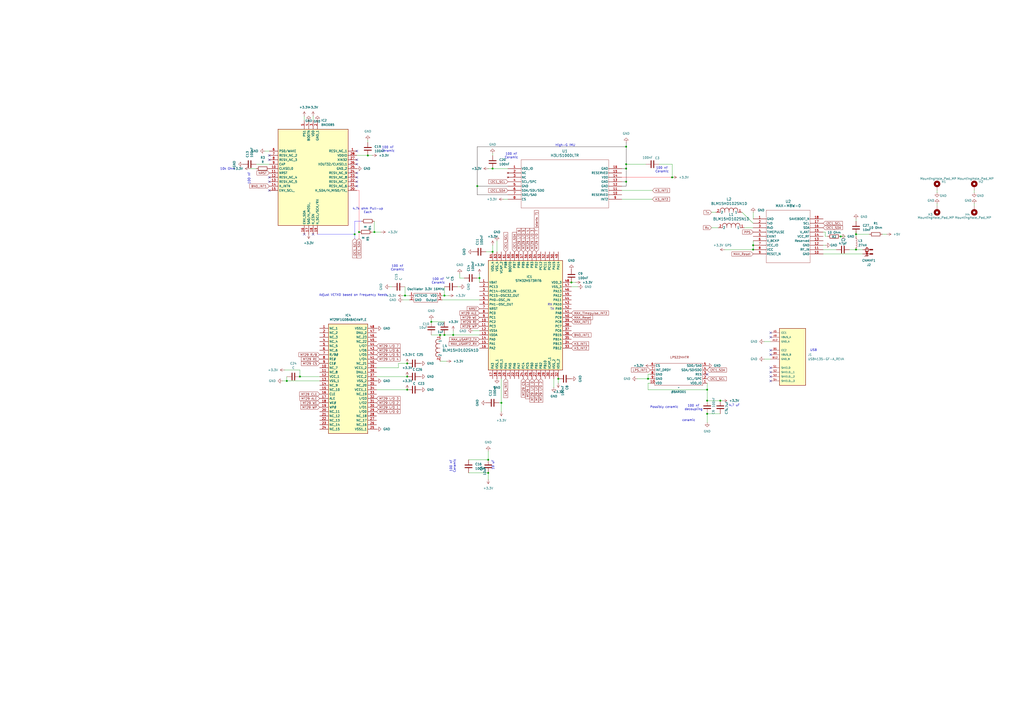
<source format=kicad_sch>
(kicad_sch (version 20250114) (generator "eeschema") (generator_version "9.0")
  (paper "A2")
  (text "Possibly ceramic" (at 385.318 236.22 0) (effects (font (size 1.27 1.27))))
  (text "100 nF\nCeramic\n" (at 230.632 155.448 0) (effects (font (size 1.27 1.27))))
  (text "100 nF\nCeramic\n" (at 296.672 90.424 0) (effects (font (size 1.27 1.27))))
  (text "High-G IMU" (at 327.914 84.328 0) (effects (font (size 1.27 1.27))))
  (text "ceramic" (at 399.542 243.84 0) (effects (font (size 1.27 1.27))))
  (text "4.7 uF\n\n" (at 425.958 236.22 0) (effects (font (size 1.27 1.27))))
  (text "TX" (at 320.294 179.324 0) (effects (font (size 1.27 1.27))))
  (text "100 nF\nCeramic\n" (at 262.636 270.256 90) (effects (font (size 1.27 1.27))))
  (text "USB\n" (at 471.932 203.2 0) (effects (font (size 1.27 1.27))))
  (text "100 nF\ndecoupling\n" (at 402.336 236.474 0) (effects (font (size 1.27 1.27))))
  (text "100 nF\nCeramic\n" (at 225.044 86.614 0) (effects (font (size 1.27 1.27))))
  (text "Adjust VCTXO based on Frequency Needs\n" (at 204.978 171.196 0) (effects (font (size 1.27 1.27))))
  (text "10k Ohm\n\n" (at 132.08 99.06 0) (effects (font (size 1.27 1.27))))
  (text "RX" (at 319.024 176.784 0) (effects (font (size 1.27 1.27))))
  (text "10 uF\n\n\n" (at 288.036 269.748 90) (effects (font (size 1.27 1.27))))
  (text "100 nF\nCeramic\n" (at 254.254 163.068 0) (effects (font (size 1.27 1.27))))
  (text "100 nF\nCeramic\n" (at 384.048 98.552 0) (effects (font (size 1.27 1.27))))
  (text "100 nF\n\n" (at 145.542 103.378 90) (effects (font (size 1.27 1.27))))
  (text "4.7k ohm Pull-up\nEach\n" (at 213.36 122.174 0) (effects (font (size 1.27 1.27))))
  (junction (at 496.57 135.89))
  (junction (at 436.88 142.24))
  (junction (at 213.36 90.17))
  (junction (at 208.28 134.62))
  (junction (at 173.99 218.44))
  (junction (at 236.22 218.44))
  (junction (at 410.21 226.06))
  (junction (at 236.22 226.06))
  (junction (at 410.21 232.41))
  (junction (at 363.22 95.25))
  (junction (at 166.37 220.98))
  (junction (at 363.22 105.41))
  (junction (at 278.13 161.29))
  (junction (at 323.85 219.71))
  (junction (at 496.57 144.78))
  (junction (at 257.81 171.45))
  (junction (at 234.95 171.45))
  (junction (at 262.89 194.31))
  (junction (at 436.88 144.78))
  (junction (at 236.22 210.82))
  (junction (at 417.83 232.41))
  (junction (at 389.89 102.87))
  (junction (at 410.21 240.03))
  (junction (at 285.75 97.79))
  (junction (at 363.22 97.79))
  (junction (at 363.22 85.09))
  (junction (at 250.19 186.69))
  (junction (at 285.75 146.05))
  (junction (at 217.17 134.62))
  (junction (at 283.21 266.7))
  (junction (at 375.92 219.71))
  (junction (at 487.68 137.16))
  (junction (at 290.83 233.68))
  (junction (at 276.86 107.95))
  (junction (at 205.74 135.89))
  (junction (at 283.21 274.32))
  (junction (at 331.47 163.83))
  (junction (at 257.81 194.31))
  (junction (at 255.27 194.31))
  (no_connect (at 207.01 87.63))
  (no_connect (at 447.04 213.36))
  (no_connect (at 447.04 205.74))
  (no_connect (at 207.01 92.71))
  (no_connect (at 447.04 220.98))
  (no_connect (at 447.04 193.04))
  (no_connect (at 447.04 218.44))
  (no_connect (at 447.04 195.58))
  (no_connect (at 447.04 215.9))
  (no_connect (at 207.01 107.95))
  (no_connect (at 156.21 102.87))
  (no_connect (at 156.21 92.71))
  (no_connect (at 207.01 105.41))
  (no_connect (at 447.04 203.2))
  (no_connect (at 410.21 217.17))
  (no_connect (at 207.01 100.33))
  (no_connect (at 156.21 110.49))
  (no_connect (at 156.21 90.17))
  (no_connect (at 176.53 135.89))
  (no_connect (at 207.01 102.87))
  (no_connect (at 181.61 135.89))
  (no_connect (at 156.21 105.41))
  (no_connect (at 207.01 95.25))
  (wire (pts (xy 144.78 97.79) (xy 148.59 97.79)))
  (wire (pts (xy 375.92 226.06) (xy 375.92 222.25)))
  (wire (pts (xy 412.75 123.19) (xy 415.29 123.19)))
  (wire (pts (xy 391.16 102.87) (xy 389.89 102.87)))
  (wire (pts (xy 283.21 274.32) (xy 283.21 278.13)))
  (wire (pts (xy 360.68 105.41) (xy 363.22 105.41)) (stroke (width 0) (color 14 0 0 1)))
  (wire (pts (xy 208.28 110.49) (xy 208.28 134.62)) (stroke (width 0) (color 255 42 66 1)))
  (wire (pts (xy 477.52 144.78) (xy 485.14 144.78)))
  (wire (pts (xy 257.81 166.37) (xy 257.81 171.45)))
  (wire (pts (xy 443.23 198.12) (xy 447.04 198.12)))
  (wire (pts (xy 290.83 233.68) (xy 290.83 238.76)))
  (wire (pts (xy 256.54 173.99) (xy 278.13 173.99)))
  (wire (pts (xy 278.13 161.29) (xy 278.13 163.83)))
  (wire (pts (xy 511.81 135.89) (xy 514.35 135.89)))
  (wire (pts (xy 163.83 220.98) (xy 166.37 220.98)))
  (wire (pts (xy 283.21 97.79) (xy 285.75 97.79)))
  (wire (pts (xy 166.37 218.44) (xy 166.37 220.98)))
  (wire (pts (xy 323.85 222.25) (xy 323.85 219.71)))
  (wire (pts (xy 213.36 90.17) (xy 207.01 90.17)))
  (wire (pts (xy 278.13 161.29) (xy 276.86 161.29)))
  (wire (pts (xy 360.68 97.79) (xy 363.22 97.79)) (stroke (width 0) (color 14 0 0 1)))
  (wire (pts (xy 217.17 128.27) (xy 217.17 134.62)))
  (wire (pts (xy 218.44 213.36) (xy 231.14 213.36)))
  (wire (pts (xy 153.67 87.63) (xy 156.21 87.63)))
  (wire (pts (xy 292.1 115.57) (xy 294.64 115.57)))
  (wire (pts (xy 375.92 222.25) (xy 377.19 222.25)))
  (wire (pts (xy 250.19 194.31) (xy 255.27 194.31)))
  (wire (pts (xy 257.81 194.31) (xy 262.89 194.31)))
  (wire (pts (xy 283.21 261.62) (xy 283.21 266.7)))
  (wire (pts (xy 478.79 134.62) (xy 477.52 134.62)))
  (wire (pts (xy 443.23 208.28) (xy 447.04 208.28)))
  (wire (pts (xy 255.27 209.55) (xy 259.08 209.55)))
  (wire (pts (xy 205.74 135.89) (xy 184.15 135.89)) (stroke (width 0) (color 52 41 255 1)))
  (wire (pts (xy 410.21 226.06) (xy 375.92 226.06)))
  (wire (pts (xy 260.35 171.45) (xy 257.81 171.45)))
  (wire (pts (xy 250.19 186.69) (xy 250.19 185.42)))
  (wire (pts (xy 382.27 95.25) (xy 389.89 95.25)))
  (wire (pts (xy 363.22 95.25) (xy 363.22 97.79)) (stroke (width 0) (color 14 0 0 1)))
  (wire (pts (xy 262.89 191.77) (xy 262.89 194.31)))
  (wire (pts (xy 166.37 220.98) (xy 185.42 220.98)))
  (wire (pts (xy 285.75 88.9) (xy 285.75 90.17)))
  (wire (pts (xy 213.36 81.28) (xy 213.36 82.55)))
  (wire (pts (xy 262.89 194.31) (xy 278.13 194.31)))
  (wire (pts (xy 234.95 166.37) (xy 234.95 171.45)))
  (wire (pts (xy 290.83 233.68) (xy 289.56 233.68)))
  (wire (pts (xy 220.98 134.62) (xy 217.17 134.62)))
  (wire (pts (xy 173.99 214.63) (xy 173.99 218.44)))
  (wire (pts (xy 496.57 144.78) (xy 500.38 144.78)))
  (wire (pts (xy 234.95 171.45) (xy 237.49 171.45)))
  (wire (pts (xy 173.99 218.44) (xy 185.42 218.44)))
  (wire (pts (xy 363.22 105.41) (xy 363.22 107.95)) (stroke (width 0) (color 14 0 0 1)))
  (wire (pts (xy 165.1 214.63) (xy 173.99 214.63)))
  (wire (pts (xy 233.68 173.99) (xy 237.49 173.99)))
  (wire (pts (xy 378.46 110.49) (xy 360.68 110.49)))
  (wire (pts (xy 205.74 128.27) (xy 209.55 128.27)) (stroke (width 0) (color 45 14 255 1)))
  (wire (pts (xy 250.19 186.69) (xy 257.81 186.69)))
  (wire (pts (xy 389.89 95.25) (xy 389.89 102.87)))
  (wire (pts (xy 274.32 191.77) (xy 278.13 191.77)))
  (wire (pts (xy 276.86 113.03) (xy 276.86 107.95)) (stroke (width 0) (color 14 0 0 1)))
  (wire (pts (xy 176.53 67.31) (xy 176.53 69.85)))
  (wire (pts (xy 321.31 224.79) (xy 321.31 219.71)))
  (wire (pts (xy 565.15 111.76) (xy 565.15 110.49)))
  (wire (pts (xy 288.29 139.7) (xy 288.29 146.05)))
  (wire (pts (xy 208.28 134.62) (xy 208.28 138.43)) (stroke (width 0) (color 255 42 66 1)))
  (wire (pts (xy 363.22 95.25) (xy 374.65 95.25)))
  (wire (pts (xy 278.13 158.75) (xy 278.13 161.29)))
  (wire (pts (xy 378.46 115.57) (xy 360.68 115.57)))
  (wire (pts (xy 363.22 85.09) (xy 363.22 95.25)) (stroke (width 0) (color 14 0 0 1)))
  (wire (pts (xy 377.19 217.17) (xy 375.92 217.17)))
  (wire (pts (xy 215.9 90.17) (xy 213.36 90.17)))
  (wire (pts (xy 335.28 166.37) (xy 331.47 166.37)))
  (wire (pts (xy 205.74 135.89) (xy 205.74 138.43)) (stroke (width 0) (color 52 41 255 1)))
  (wire (pts (xy 431.8 132.08) (xy 436.88 132.08)))
  (wire (pts (xy 490.22 137.16) (xy 487.68 137.16)))
  (wire (pts (xy 233.68 171.45) (xy 234.95 171.45)))
  (wire (pts (xy 375.92 217.17) (xy 375.92 219.71)))
  (wire (pts (xy 283.21 274.32) (xy 271.78 274.32)))
  (wire (pts (xy 257.81 171.45) (xy 256.54 171.45)))
  (wire (pts (xy 375.92 219.71) (xy 377.19 219.71)))
  (wire (pts (xy 496.57 127) (xy 496.57 128.27)))
  (wire (pts (xy 417.83 232.41) (xy 410.21 232.41)))
  (wire (pts (xy 255.27 194.31) (xy 257.81 194.31)))
  (wire (pts (xy 492.76 144.78) (xy 496.57 144.78)))
  (wire (pts (xy 276.86 113.03) (xy 294.64 113.03)) (stroke (width 0) (color 14 0 0 1)))
  (wire (pts (xy 290.83 219.71) (xy 290.83 233.68)))
  (wire (pts (xy 369.57 219.71) (xy 375.92 219.71)))
  (wire (pts (xy 477.52 147.32) (xy 500.38 147.32)))
  (wire (pts (xy 285.75 142.24) (xy 285.75 146.05)))
  (wire (pts (xy 266.7 158.75) (xy 266.7 161.29)))
  (wire (pts (xy 266.7 161.29) (xy 269.24 161.29)))
  (wire (pts (xy 410.21 232.41) (xy 410.21 226.06)))
  (wire (pts (xy 436.88 123.19) (xy 436.88 127)))
  (wire (pts (xy 436.88 129.54) (xy 430.53 123.19)))
  (wire (pts (xy 205.74 128.27) (xy 205.74 135.89)) (stroke (width 0) (color 45 14 255 1)))
  (wire (pts (xy 363.22 97.79) (xy 363.22 105.41)) (stroke (width 0) (color 14 0 0 1)))
  (wire (pts (xy 276.86 85.09) (xy 363.22 85.09)) (stroke (width 0) (color 14 0 0 1)))
  (wire (pts (xy 231.14 213.36) (xy 231.14 210.82)))
  (wire (pts (xy 496.57 134.62) (xy 496.57 135.89)))
  (wire (pts (xy 271.78 266.7) (xy 283.21 266.7)))
  (wire (pts (xy 419.1 232.41) (xy 417.83 232.41)))
  (wire (pts (xy 480.06 137.16) (xy 478.79 137.16)))
  (wire (pts (xy 410.21 226.06) (xy 410.21 222.25)))
  (wire (pts (xy 181.61 67.31) (xy 181.61 69.85)))
  (wire (pts (xy 478.79 142.24) (xy 477.52 142.24)))
  (wire (pts (xy 276.86 107.95) (xy 294.64 107.95)) (stroke (width 0) (color 14 0 0 1)))
  (wire (pts (xy 276.86 107.95) (xy 276.86 85.09)) (stroke (width 0) (color 14 0 0 1)))
  (wire (pts (xy 543.56 118.11) (xy 543.56 119.38)))
  (wire (pts (xy 436.88 139.7) (xy 436.88 142.24)))
  (wire (pts (xy 226.06 166.37) (xy 227.33 166.37)))
  (wire (pts (xy 420.37 144.78) (xy 436.88 144.78)))
  (wire (pts (xy 334.01 163.83) (xy 331.47 163.83)))
  (wire (pts (xy 360.68 107.95) (xy 363.22 107.95)) (stroke (width 0) (color 14 0 0 1)))
  (wire (pts (xy 410.21 245.11) (xy 410.21 240.03)))
  (wire (pts (xy 543.56 111.76) (xy 543.56 110.49)))
  (wire (pts (xy 496.57 135.89) (xy 496.57 137.16)))
  (wire (pts (xy 436.88 142.24) (xy 436.88 144.78)))
  (wire (pts (xy 478.79 137.16) (xy 478.79 134.62)))
  (wire (pts (xy 148.59 95.25) (xy 156.21 95.25)))
  (wire (pts (xy 281.94 146.05) (xy 285.75 146.05)))
  (wire (pts (xy 266.7 166.37) (xy 265.43 166.37)))
  (wire (pts (xy 218.44 226.06) (xy 236.22 226.06)))
  (wire (pts (xy 389.89 102.87) (xy 360.68 102.87)) (stroke (width 0) (color 255 29 37 1)))
  (wire (pts (xy 208.28 110.49) (xy 207.01 110.49)) (stroke (width 0) (color 255 42 66 1)))
  (wire (pts (xy 412.75 132.08) (xy 416.56 132.08)))
  (wire (pts (xy 417.83 240.03) (xy 410.21 240.03)))
  (wire (pts (xy 363.22 82.55) (xy 363.22 85.09)) (stroke (width 0) (color 13 0 0 1)))
  (wire (pts (xy 218.44 218.44) (xy 236.22 218.44)))
  (wire (pts (xy 231.14 210.82) (xy 236.22 210.82)))
  (wire (pts (xy 285.75 97.79) (xy 294.64 97.79)))
  (wire (pts (xy 217.17 134.62) (xy 215.9 134.62)))
  (wire (pts (xy 565.15 118.11) (xy 565.15 119.38)))
  (wire (pts (xy 496.57 135.89) (xy 504.19 135.89)))
  (global_label "MT29 I{slash}O 6" (shape input) (at 300.99 146.05 90) (property "Intersheetrefs" "${INTERSHEET_REFS}" (effects (hide yes))))
  (global_label "MAX_Timepulse_INT2" (shape input) (at 331.47 181.61 0) (property "Intersheetrefs" "${INTERSHEET_REFS}" (effects (hide yes))))
  (global_label "MT29 ALE" (shape input) (at 185.42 231.14 180) (property "Intersheetrefs" "${INTERSHEET_REFS}" (effects (hide yes))))
  (global_label "Tx" (shape input) (at 412.75 123.19 180) (property "Intersheetrefs" "${INTERSHEET_REFS}" (effects (hide yes))))
  (global_label "I2C1_SDA" (shape input) (at 410.21 214.63 0) (property "Intersheetrefs" "${INTERSHEET_REFS}" (effects (hide yes))))
  (global_label "MT29 RE" (shape input) (at 278.13 186.69 180) (property "Intersheetrefs" "${INTERSHEET_REFS}" (effects (hide yes))))
  (global_label "H3_INT1" (shape input) (at 378.46 110.49 0) (property "Intersheetrefs" "${INTERSHEET_REFS}" (effects (hide yes))))
  (global_label "MAX_INT1" (shape input) (at 331.47 186.69 0) (property "Intersheetrefs" "${INTERSHEET_REFS}" (effects (hide yes))))
  (global_label "MAX_Reset" (shape input) (at 436.88 147.32 180) (property "Intersheetrefs" "${INTERSHEET_REFS}" (effects (hide yes))))
  (global_label "MT29 I{slash}O 4" (shape input) (at 306.07 146.05 90) (property "Intersheetrefs" "${INTERSHEET_REFS}" (effects (hide yes))))
  (global_label "MT29 WP" (shape input) (at 278.13 189.23 180) (property "Intersheetrefs" "${INTERSHEET_REFS}" (effects (hide yes))))
  (global_label "MT29 RE" (shape input) (at 185.42 208.28 180) (property "Intersheetrefs" "${INTERSHEET_REFS}" (effects (hide yes))))
  (global_label "MT29 I{slash}O 5" (shape input) (at 303.53 146.05 90) (property "Intersheetrefs" "${INTERSHEET_REFS}" (effects (hide yes))))
  (global_label "MT29 I{slash}O 1" (shape input) (at 311.15 219.71 270) (property "Intersheetrefs" "${INTERSHEET_REFS}" (effects (hide yes))))
  (global_label "H3_INT1" (shape input) (at 331.47 199.39 0) (property "Intersheetrefs" "${INTERSHEET_REFS}" (effects (hide yes))))
  (global_label "MT29 R{slash}B" (shape input) (at 185.42 205.74 180) (property "Intersheetrefs" "${INTERSHEET_REFS}" (effects (hide yes))))
  (global_label "I2C1_SCL" (shape input) (at 293.37 146.05 90) (property "Intersheetrefs" "${INTERSHEET_REFS}" (effects (hide yes))))
  (global_label "MT29 I{slash}O 0" (shape input) (at 308.61 219.71 270) (property "Intersheetrefs" "${INTERSHEET_REFS}" (effects (hide yes))))
  (global_label "I2C1_SDA" (shape input) (at 477.52 132.08 0) (property "Intersheetrefs" "${INTERSHEET_REFS}" (effects (hide yes))))
  (global_label "MT29 I{slash}O 7" (shape input) (at 218.44 200.66 0) (property "Intersheetrefs" "${INTERSHEET_REFS}" (effects (hide yes))))
  (global_label "PPS" (shape input) (at 436.88 134.62 180) (property "Intersheetrefs" "${INTERSHEET_REFS}" (effects (hide yes))))
  (global_label "BNO_INT1" (shape input) (at 156.21 107.95 180) (property "Intersheetrefs" "${INTERSHEET_REFS}" (effects (hide yes))))
  (global_label "Rx" (shape input) (at 412.75 132.08 180) (property "Intersheetrefs" "${INTERSHEET_REFS}" (effects (hide yes))))
  (global_label "H3_INT2" (shape input) (at 331.47 201.93 0) (property "Intersheetrefs" "${INTERSHEET_REFS}" (effects (hide yes))))
  (global_label "LPS_INT1" (shape input) (at 293.37 219.71 270) (property "Intersheetrefs" "${INTERSHEET_REFS}" (effects (hide yes))))
  (global_label "MT29 I{slash}O 2" (shape input) (at 218.44 233.68 0) (property "Intersheetrefs" "${INTERSHEET_REFS}" (effects (hide yes))))
  (global_label "I2C1_SCL" (shape input) (at 294.64 105.41 180) (property "Intersheetrefs" "${INTERSHEET_REFS}" (effects (hide yes))))
  (global_label "MT29 I{slash}O 4" (shape input) (at 218.44 208.28 0) (property "Intersheetrefs" "${INTERSHEET_REFS}" (effects (hide yes))))
  (global_label "MT29 WE" (shape input) (at 278.13 184.15 180) (property "Intersheetrefs" "${INTERSHEET_REFS}" (effects (hide yes))))
  (global_label "MT29 I{slash}O 3" (shape input) (at 218.44 231.14 0) (property "Intersheetrefs" "${INTERSHEET_REFS}" (effects (hide yes))))
  (global_label "MT29 I{slash}O 1" (shape input) (at 218.44 236.22 0) (property "Intersheetrefs" "${INTERSHEET_REFS}" (effects (hide yes))))
  (global_label "MAX_Reset" (shape input) (at 331.47 184.15 0) (property "Intersheetrefs" "${INTERSHEET_REFS}" (effects (hide yes))))
  (global_label "MT29 WP" (shape input) (at 185.42 236.22 180) (property "Intersheetrefs" "${INTERSHEET_REFS}" (effects (hide yes))))
  (global_label "MT29 CS" (shape input) (at 303.53 219.71 270) (property "Intersheetrefs" "${INTERSHEET_REFS}" (effects (hide yes))))
  (global_label "I2C1_SDA" (shape input) (at 294.64 110.49 180) (property "Intersheetrefs" "${INTERSHEET_REFS}" (effects (hide yes))))
  (global_label "I2C1_SDA" (shape input) (at 208.28 138.43 270) (property "Intersheetrefs" "${INTERSHEET_REFS}" (effects (hide yes))))
  (global_label "MAX_USART2_TX" (shape input) (at 278.13 196.85 180) (property "Intersheetrefs" "${INTERSHEET_REFS}" (effects (hide yes))))
  (global_label "MT29 I{slash}O 3" (shape input) (at 308.61 146.05 90) (property "Intersheetrefs" "${INTERSHEET_REFS}" (effects (hide yes))))
  (global_label "MT29 I{slash}O 5" (shape input) (at 218.44 205.74 0) (property "Intersheetrefs" "${INTERSHEET_REFS}" (effects (hide yes))))
  (global_label "MT29 WE" (shape input) (at 185.42 233.68 180) (property "Intersheetrefs" "${INTERSHEET_REFS}" (effects (hide yes))))
  (global_label "MT29 I{slash}O 0" (shape input) (at 218.44 238.76 0) (property "Intersheetrefs" "${INTERSHEET_REFS}" (effects (hide yes))))
  (global_label "MT29 CS" (shape input) (at 185.42 210.82 180) (property "Intersheetrefs" "${INTERSHEET_REFS}" (effects (hide yes))))
  (global_label "I2C1_SCL" (shape input) (at 410.21 219.71 0) (property "Intersheetrefs" "${INTERSHEET_REFS}" (effects (hide yes))))
  (global_label "H3_INT2" (shape input) (at 378.46 115.57 0) (property "Intersheetrefs" "${INTERSHEET_REFS}" (effects (hide yes))))
  (global_label "MT29 CLE" (shape input) (at 185.42 228.6 180) (property "Intersheetrefs" "${INTERSHEET_REFS}" (effects (hide yes))))
  (global_label "NRST" (shape input) (at 156.21 100.33 180) (property "Intersheetrefs" "${INTERSHEET_REFS}" (effects (hide yes))))
  (global_label "MT29 I{slash}O 6" (shape input) (at 218.44 203.2 0) (property "Intersheetrefs" "${INTERSHEET_REFS}" (effects (hide yes))))
  (global_label "MT29 I{slash}O 2" (shape input) (at 313.69 219.71 270) (property "Intersheetrefs" "${INTERSHEET_REFS}" (effects (hide yes))))
  (global_label "MT29 ALE" (shape input) (at 278.13 181.61 180) (property "Intersheetrefs" "${INTERSHEET_REFS}" (effects (hide yes))))
  (global_label "MT29 CLE" (shape input) (at 306.07 219.71 270) (property "Intersheetrefs" "${INTERSHEET_REFS}" (effects (hide yes))))
  (global_label "MAX_USART2_RX" (shape input) (at 278.13 199.39 180) (property "Intersheetrefs" "${INTERSHEET_REFS}" (effects (hide yes))))
  (global_label "LPS_INT1" (shape input) (at 377.19 214.63 180) (property "Intersheetrefs" "${INTERSHEET_REFS}" (effects (hide yes))))
  (global_label "MT29 I{slash}O 7 (starts 7)" (shape input) (at 311.15 146.05 90) (property "Intersheetrefs" "${INTERSHEET_REFS}" (effects (hide yes))))
  (global_label "I2C1_SCL" (shape input) (at 477.52 129.54 0) (property "Intersheetrefs" "${INTERSHEET_REFS}" (effects (hide yes))))
  (global_label "I2C1_SDA" (shape input) (at 298.45 146.05 90) (property "Intersheetrefs" "${INTERSHEET_REFS}" (effects (hide yes))))
  (global_label "BNO_INT1" (shape input) (at 331.47 194.31 0) (property "Intersheetrefs" "${INTERSHEET_REFS}" (effects (hide yes))))
  (global_label "NRST" (shape input) (at 278.13 179.07 180) (property "Intersheetrefs" "${INTERSHEET_REFS}" (effects (hide yes))))
  (global_label "I2C1_SCL" (shape input) (at 205.74 138.43 270) (property "Intersheetrefs" "${INTERSHEET_REFS}" (effects (hide yes))))
  (symbol (lib_id "power:GND") (at 218.44 248.92 90) (unit 1)
    (property "Reference" "#PWR040" (effects (hide yes)))
    (property "Value" "GND" (at 222.25 248.9199 90) (effects (justify right)))
    (property "Description" "Power symbol creates a global label with name \"GND\" , ground" (effects (hide yes)))
  )
  (symbol (lib_id "power:+3.3V") (at 176.53 67.31 0) (unit 1)
    (property "Reference" "#PWR066" (effects (hide yes)))
    (property "Value" "+3.3V" (at 176.53 62.23 0))
    (property "Description" "Power symbol creates a global label with name \"+3.3V\"" (effects (hide yes)))
  )
  (symbol (lib_id "power:GND") (at 443.23 208.28 270) (unit 1)
    (property "Reference" "#PWR017" (effects (hide yes)))
    (property "Value" "GND" (at 439.42 208.2799 90) (effects (justify right)))
    (property "Description" "Power symbol creates a global label with name \"GND\" , ground" (effects (hide yes)))
  )
  (symbol (lib_id "power:+3.3V") (at 144.78 97.79 90) (unit 1)
    (property "Reference" "#PWR068" (effects (hide yes)))
    (property "Value" "+3.3V" (at 140.97 97.7899 90) (effects (justify left)))
    (property "Description" "Power symbol creates a global label with name \"+3.3V\"" (effects (hide yes)))
  )
  (symbol (lib_id "power:GND") (at 233.68 173.99 270) (unit 1)
    (property "Reference" "#PWR010" (effects (hide yes)))
    (property "Value" "GND" (at 229.87 173.9899 90) (effects (justify right)))
    (property "Description" "Power symbol creates a global label with name \"GND\" , ground" (effects (hide yes)))
  )
  (symbol (lib_id "Rocket Club 2025 Parts Symbols_Including_Full_Stm32:H3LIS100DLTR") (at 294.64 97.79 0) (unit 1)
    (property "Reference" "U1" (at 327.66 87.63 0) (effects (font (size 1.524 1.524))))
    (property "Value" "H3LIS100DLTR" (at 327.66 90.17 0) (effects (font (size 1.524 1.524))))
    (property "Footprint" "RocketClub:PQFN50P300X300X100-16N-H3" (effects (hide yes)))
    (property "Datasheet" "H3LIS100DLTR" (effects (hide yes)))
  )
  (symbol (lib_id "Device:C") (at 378.46 95.25 90) (unit 1)
    (property "Reference" "C3" (at 381.254 91.694 90))
    (property "Value" "100nF" (at 375.666 91.44 90))
    (property "Footprint" "Capacitor_SMD:C_0201_0603Metric" (effects (hide yes)))
    (property "Description" "Unpolarized capacitor" (effects (hide yes)))
  )
  (symbol (lib_id "power:+3.3V") (at 420.37 144.78 90) (unit 1)
    (property "Reference" "#PWR019" (effects (hide yes)))
    (property "Value" "+3.3V GPS" (at 419.1 142.24 90))
    (property "Description" "Power symbol creates a global label with name \"+3.3V\"" (effects (hide yes)))
  )
  (symbol (lib_id "power:+3.3V") (at 285.75 142.24 0) (unit 1)
    (property "Reference" "#PWR055" (effects (hide yes)))
    (property "Value" "+3.3V" (at 285.75 137.16 0))
    (property "Description" "Power symbol creates a global label with name \"+3.3V\"" (effects (hide yes)))
  )
  (symbol (lib_id "power:GND") (at 179.07 69.85 180) (unit 1)
    (property "Reference" "#PWR021" (effects (hide yes)))
    (property "Value" "GND" (at 179.07 70.104 0))
    (property "Description" "Power symbol creates a global label with name \"GND\" , ground" (effects (hide yes)))
  )
  (symbol (lib_id "power:GND") (at 321.31 224.79 0) (unit 1)
    (property "Reference" "#PWR011" (effects (hide yes)))
    (property "Value" "GND" (at 321.31 229.87 0))
    (property "Description" "Power symbol creates a global label with name \"GND\" , ground" (effects (hide yes)))
  )
  (symbol (lib_id "power:GND") (at 283.21 261.62 180) (unit 1)
    (property "Reference" "#PWR032" (effects (hide yes)))
    (property "Value" "GND" (at 283.21 256.54 0))
    (property "Description" "Power symbol creates a global label with name \"GND\" , ground" (effects (hide yes)))
  )
  (symbol (lib_id "power:GND") (at 331.47 156.21 180) (unit 1)
    (property "Reference" "#PWR03" (effects (hide yes)))
    (property "Value" "GND" (at 331.47 151.13 0))
    (property "Description" "Power symbol creates a global label with name \"GND\" , ground" (effects (hide yes)))
  )
  (symbol (lib_id "power:+3.3V") (at 233.68 171.45 90) (unit 1)
    (property "Reference" "#PWR064" (effects (hide yes)))
    (property "Value" "+3.3V" (at 229.87 171.4499 90) (effects (justify left)))
    (property "Description" "Power symbol creates a global label with name \"+3.3V\"" (effects (hide yes)))
  )
  (symbol (lib_id "power:GND") (at 281.94 233.68 270) (unit 1)
    (property "Reference" "#PWR024" (effects (hide yes)))
    (property "Value" "GND" (at 276.86 233.68 0))
    (property "Description" "Power symbol creates a global label with name \"GND\" , ground" (effects (hide yes)))
  )
  (symbol (lib_id "Device:R") (at 212.09 134.62 270) (unit 1)
    (property "Reference" "R5" (at 213.3601 137.16 0) (effects (justify left)))
    (property "Value" "R" (at 210.8201 137.16 0) (effects (justify left)))
    (property "Footprint" "Resistor_SMD:R_0201_0603Metric" (effects (hide yes)))
    (property "Description" "Resistor" (effects (hide yes)))
  )
  (symbol (lib_id "Device:C") (at 240.03 226.06 90) (unit 1)
    (property "Reference" "C23" (at 244.348 222.504 90))
    (property "Value" "C" (at 240.284 222.504 90))
    (property "Footprint" "Capacitor_SMD:C_0201_0603Metric" (effects (hide yes)))
    (property "Description" "Unpolarized capacitor" (effects (hide yes)))
  )
  (symbol (lib_id "power:GND") (at 243.84 210.82 90) (unit 1)
    (property "Reference" "#PWR041" (effects (hide yes)))
    (property "Value" "GND" (at 247.65 210.8199 90) (effects (justify right)))
    (property "Description" "Power symbol creates a global label with name \"GND\" , ground" (effects (hide yes)))
  )
  (symbol (lib_id "power:+3.3V") (at 290.83 238.76 180) (unit 1)
    (property "Reference" "#PWR05" (effects (hide yes)))
    (property "Value" "+3.3V" (at 290.83 243.84 0))
    (property "Description" "Power symbol creates a global label with name \"+3.3V\"" (effects (hide yes)))
  )
  (symbol (lib_id "power:GND") (at 288.29 139.7 180) (unit 1)
    (property "Reference" "#PWR014" (effects (hide yes)))
    (property "Value" "GND" (at 288.29 134.62 0))
    (property "Description" "Power symbol creates a global label with name \"GND\" , ground" (effects (hide yes)))
  )
  (symbol (lib_id "power:GND") (at 243.84 218.44 90) (unit 1)
    (property "Reference" "#PWR043" (effects (hide yes)))
    (property "Value" "GND" (at 247.65 218.4399 90) (effects (justify right)))
    (property "Description" "Power symbol creates a global label with name \"GND\" , ground" (effects (hide yes)))
  )
  (symbol (lib_id "power:GND") (at 226.06 166.37 270) (unit 1)
    (property "Reference" "#PWR04" (effects (hide yes)))
    (property "Value" "GND" (at 220.98 166.37 0))
    (property "Description" "Power symbol creates a global label with name \"GND\" , ground" (effects (hide yes)))
  )
  (symbol (lib_id "power:GND") (at 543.56 111.76 0) (unit 1)
    (property "Reference" "#PWR047" (effects (hide yes)))
    (property "Value" "GND" (at 547.116 113.538 0))
    (property "Description" "Power symbol creates a global label with name \"GND\" , ground" (effects (hide yes)))
  )
  (symbol (lib_id "power:+3.3V") (at 283.21 278.13 180) (unit 1)
    (property "Reference" "#PWR029" (effects (hide yes)))
    (property "Value" "+3.3V" (at 283.21 283.21 0))
    (property "Description" "Power symbol creates a global label with name \"+3.3V\"" (effects (hide yes)))
  )
  (symbol (lib_id "Device:C") (at 170.18 218.44 90) (unit 1)
    (property "Reference" "C24" (at 170.18 210.82 90))
    (property "Value" "C" (at 170.18 213.36 90))
    (property "Footprint" "Capacitor_SMD:C_0201_0603Metric" (effects (hide yes)))
    (property "Description" "Unpolarized capacitor" (effects (hide yes)))
  )
  (symbol (lib_id "power:+3.3V") (at 220.98 134.62 270) (unit 1)
    (property "Reference" "#PWR065" (effects (hide yes)))
    (property "Value" "+3.3V" (at 224.79 134.6199 90) (effects (justify left)))
    (property "Description" "Power symbol creates a global label with name \"+3.3V\"" (effects (hide yes)))
  )
  (symbol (lib_id "power:+3.3V") (at 236.22 226.06 0) (unit 1)
    (property "Reference" "#PWR062" (effects (hide yes)))
    (property "Value" "+3.3V" (at 236.22 220.98 0))
    (property "Description" "Power symbol creates a global label with name \"+3.3V\"" (effects (hide yes)))
  )
  (symbol (lib_id "Device:R") (at 508 135.89 90) (unit 1)
    (property "Reference" "R1" (at 508 129.54 90))
    (property "Value" "10 Ohm" (at 508 132.08 90))
    (property "Description" "Resistor" (effects (hide yes)))
  )
  (symbol (lib_id "Device:C") (at 273.05 161.29 90) (unit 1)
    (property "Reference" "C14" (at 271.7799 157.48 0) (effects (justify left)))
    (property "Value" "100nF" (at 274.3199 157.48 0) (effects (justify left)))
    (property "Footprint" "Capacitor_SMD:C_0201_0603Metric" (effects (hide yes)))
    (property "Description" "Unpolarized capacitor" (effects (hide yes)))
  )
  (symbol (lib_id "power:GND") (at 266.7 166.37 90) (unit 1)
    (property "Reference" "#PWR01" (effects (hide yes)))
    (property "Value" "GND" (at 271.78 166.37 0))
    (property "Description" "Power symbol creates a global label with name \"GND\" , ground" (effects (hide yes)))
  )
  (symbol (lib_id "power:+3.3V") (at 419.1 232.41 270) (unit 1)
    (property "Reference" "#PWR036" (effects (hide yes)))
    (property "Value" "+3.3V" (at 422.91 232.4099 90) (effects (justify left)))
    (property "Description" "Power symbol creates a global label with name \"+3.3V\"" (effects (hide yes)))
  )
  (symbol (lib_id "power:GND") (at 218.44 190.5 90) (unit 1)
    (property "Reference" "#PWR038" (effects (hide yes)))
    (property "Value" "GND" (at 222.25 190.4999 90) (effects (justify right)))
    (property "Description" "Power symbol creates a global label with name \"GND\" , ground" (effects (hide yes)))
  )
  (symbol (lib_id "power:GND") (at 250.19 185.42 180) (unit 1)
    (property "Reference" "#PWR07" (effects (hide yes)))
    (property "Value" "GND" (at 250.19 180.34 0))
    (property "Description" "Power symbol creates a global label with name \"GND\" , ground" (effects (hide yes)))
  )
  (symbol (lib_id "power:GND") (at 410.21 245.11 0) (unit 1)
    (property "Reference" "#PWR027" (effects (hide yes)))
    (property "Value" "GND" (at 410.21 250.19 0))
    (property "Description" "Power symbol creates a global label with name \"GND\" , ground" (effects (hide yes)))
  )
  (symbol (lib_id "power:GND") (at 565.15 111.76 0) (unit 1)
    (property "Reference" "#PWR049" (effects (hide yes)))
    (property "Value" "GND" (at 568.706 113.538 0))
    (property "Description" "Power symbol creates a global label with name \"GND\" , ground" (effects (hide yes)))
  )
  (symbol (lib_id "power:+3.3V") (at 283.21 97.79 90) (unit 1)
    (property "Reference" "#PWR054" (effects (hide yes)))
    (property "Value" "+3.3V" (at 279.4 97.7899 90) (effects (justify left)))
    (property "Description" "Power symbol creates a global label with name \"+3.3V\"" (effects (hide yes)))
  )
  (symbol (lib_id "power:GND") (at 543.56 118.11 180) (unit 1)
    (property "Reference" "#PWR048" (effects (hide yes)))
    (property "Value" "GND" (at 540.004 116.332 0))
    (property "Description" "Power symbol creates a global label with name \"GND\" , ground" (effects (hide yes)))
  )
  (symbol (lib_id "Group Rocket Symbol Library:BLM15HD102SN1D") (at 422.91 123.19 0) (unit 1)
    (property "Reference" "L2" (at 422.91 115.57 0) (effects (font (size 1.524 1.524))))
    (property "Value" "BLM15HD102SN1D" (at 422.91 118.11 0) (effects (font (size 1.524 1.524))))
    (property "Footprint" "IND_BLM15_0402_MUR" (effects (hide yes)))
    (property "Datasheet" "BLM15HD102SN1D" (effects (hide yes)))
  )
  (symbol (lib_id "Device:C") (at 327.66 219.71 270) (unit 1)
    (property "Reference" "C8" (at 328.9301 223.52 0) (effects (justify left)))
    (property "Value" "100nF" (at 326.3901 223.52 0) (effects (justify left)))
    (property "Footprint" "Capacitor_SMD:C_0201_0603Metric" (effects (hide yes)))
    (property "Description" "Unpolarized capacitor" (effects (hide yes)))
  )
  (symbol (lib_id "power:GND") (at 443.23 198.12 270) (unit 1)
    (property "Reference" "#PWR018" (effects (hide yes)))
    (property "Value" "GND" (at 439.42 198.1199 90) (effects (justify right)))
    (property "Description" "Power symbol creates a global label with name \"GND\" , ground" (effects (hide yes)))
  )
  (symbol (lib_id "Device:C") (at 261.62 166.37 270) (unit 1)
    (property "Reference" "C5" (at 262.382 160.274 0) (effects (justify left)))
    (property "Value" "C" (at 259.842 160.274 0) (effects (justify left)))
    (property "Footprint" "Capacitor_SMD:C_0201_0603Metric" (effects (hide yes)))
    (property "Description" "Unpolarized capacitor" (effects (hide yes)))
  )
  (symbol (lib_id "Device:C") (at 283.21 270.51 0) (unit 1)
    (property "Reference" "C4" (at 279.2095 271.7165 90))
    (property "Value" "10uF" (at 281.178 273.304 90))
    (property "Footprint" "Capacitor_SMD:C_0201_0603Metric" (effects (hide yes)))
    (property "Description" "Aluminum cap polarized" (effects (hide yes)))
  )
  (symbol (lib_id "power:GND") (at 478.79 142.24 90) (unit 1)
    (property "Reference" "#PWR044" (effects (hide yes)))
    (property "Value" "GND" (at 481.584 142.24 90) (effects (justify right)))
    (property "Description" "Power symbol creates a global label with name \"GND\" , ground" (effects (hide yes)))
  )
  (symbol (lib_id "power:+3.3V") (at 236.22 218.44 0) (unit 1)
    (property "Reference" "#PWR061" (effects (hide yes)))
    (property "Value" "+3.3V" (at 236.22 213.36 0))
    (property "Description" "Power symbol creates a global label with name \"+3.3V\"" (effects (hide yes)))
  )
  (symbol (lib_id "power:GND") (at 207.01 97.79 90) (unit 1)
    (property "Reference" "#PWR08" (effects (hide yes)))
    (property "Value" "GND" (at 210.82 97.7899 90) (effects (justify right)))
    (property "Description" "Power symbol creates a global label with name \"GND\" , ground" (effects (hide yes)))
  )
  (symbol (lib_id "power:+3.3V") (at 181.61 67.31 0) (unit 1)
    (property "Reference" "#PWR067" (effects (hide yes)))
    (property "Value" "+3.3V" (at 181.61 62.23 0))
    (property "Description" "Power symbol creates a global label with name \"+3.3V\"" (effects (hide yes)))
  )
  (symbol (lib_id "power:GND") (at 410.21 212.09 90) (unit 1)
    (property "Reference" "#PWR026" (effects (hide yes)))
    (property "Value" "GND" (at 414.02 212.0901 90) (effects (justify right)))
    (property "Description" "Power symbol creates a global label with name \"GND\" , ground" (effects (hide yes)))
  )
  (symbol (lib_id "Device:R") (at 152.4 97.79 90) (unit 1)
    (property "Reference" "R3" (at 152.4 91.44 90))
    (property "Value" "R" (at 152.4 93.98 90))
    (property "Footprint" "Resistor_SMD:R_0201_0603Metric" (effects (hide yes)))
    (property "Description" "Resistor" (effects (hide yes)))
  )
  (symbol (lib_id "power:GND") (at 274.32 191.77 270) (unit 1)
    (property "Reference" "#PWR013" (effects (hide yes)))
    (property "Value" "GND" (at 270.51 192.024 90) (effects (justify right)))
    (property "Description" "Power symbol creates a global label with name \"GND\" , ground" (effects (hide yes)))
  )
  (symbol (lib_id "Device:C") (at 496.57 132.08 0) (unit 1)
    (property "Reference" "C27" (at 500.38 130.8099 0) (effects (justify left)))
    (property "Value" "10nF" (at 500.38 133.3499 0) (effects (justify left)))
    (property "Description" "Unpolarized capacitor" (effects (hide yes)))
  )
  (symbol (lib_id "power:+3.3V") (at 236.22 210.82 0) (unit 1)
    (property "Reference" "#PWR063" (effects (hide yes)))
    (property "Value" "+3.3V" (at 236.22 205.74 0))
    (property "Description" "Power symbol creates a global label with name \"+3.3V\"" (effects (hide yes)))
  )
  (symbol (lib_id "Device:C") (at 417.83 236.22 0) (unit 1)
    (property "Reference" "C7" (at 421.386 239.014 90))
    (property "Value" "4.7uF" (at 421.64 235.458 90))
    (property "Footprint" "Capacitor_SMD:C_0201_0603Metric" (effects (hide yes)))
    (property "Description" "Unpolarized capacitor" (effects (hide yes)))
  )
  (symbol (lib_id "power:GND") (at 274.32 146.05 270) (unit 1)
    (property "Reference" "#PWR023" (effects (hide yes)))
    (property "Value" "GND" (at 269.24 146.05 0))
    (property "Description" "Power symbol creates a global label with name \"GND\" , ground" (effects (hide yes)))
  )
  (symbol (lib_id "power:GND") (at 266.7 158.75 180) (unit 1)
    (property "Reference" "#PWR025" (effects (hide yes)))
    (property "Value" "GND" (at 266.7 153.67 0))
    (property "Description" "Power symbol creates a global label with name \"GND\" , ground" (effects (hide yes)))
  )
  (symbol (lib_id "power:GND") (at 565.15 118.11 180) (unit 1)
    (property "Reference" "#PWR050" (effects (hide yes)))
    (property "Value" "GND" (at 561.594 116.332 0))
    (property "Description" "Power symbol creates a global label with name \"GND\" , ground" (effects (hide yes)))
  )
  (symbol (lib_id "power:GND") (at 243.84 226.06 90) (unit 1)
    (property "Reference" "#PWR039" (effects (hide yes)))
    (property "Value" "GND" (at 247.65 226.0599 90) (effects (justify right)))
    (property "Description" "Power symbol creates a global label with name \"GND\" , ground" (effects (hide yes)))
  )
  (symbol (lib_id "power:GND") (at 288.29 219.71 0) (unit 1)
    (property "Reference" "#PWR012" (effects (hide yes)))
    (property "Value" "GND" (at 288.29 224.79 0))
    (property "Description" "Power symbol creates a global label with name \"GND\" , ground" (effects (hide yes)))
  )
  (symbol (lib_id "power:GND") (at 218.44 220.98 90) (unit 1)
    (property "Reference" "#PWR042" (effects (hide yes)))
    (property "Value" "GND" (at 222.25 220.9799 90) (effects (justify right)))
    (property "Description" "Power symbol creates a global label with name \"GND\" , ground" (effects (hide yes)))
  )
  (symbol (lib_id "power:GND") (at 496.57 127 180) (unit 1)
    (property "Reference" "#PWR045" (effects (hide yes)))
    (property "Value" "GND" (at 499.11 125.7299 0) (effects (justify right)))
    (property "Description" "Power symbol creates a global label with name \"GND\" , ground" (effects (hide yes)))
  )
  (symbol (lib_id "power:GND") (at 335.28 166.37 90) (unit 1)
    (property "Reference" "#PWR015" (effects (hide yes)))
    (property "Value" "GND" (at 339.09 166.3699 90) (effects (justify right)))
    (property "Description" "Power symbol creates a global label with name \"GND\" , ground" (effects (hide yes)))
  )
  (symbol (lib_id "power:+3.3V") (at 215.9 90.17 270) (unit 1)
    (property "Reference" "#PWR070" (effects (hide yes)))
    (property "Value" "+3.3V" (at 219.71 90.1699 90) (effects (justify left)))
    (property "Description" "Power symbol creates a global label with name \"+3.3V\"" (effects (hide yes)))
  )
  (symbol (lib_id "Group Rocket Symbol Library:BLM15HD102SN1D") (at 424.18 132.08 0) (unit 1)
    (property "Reference" "L1" (at 424.18 124.46 0) (effects (font (size 1.524 1.524))))
    (property "Value" "BLM15HD102SN1D" (at 424.18 127 0) (effects (font (size 1.524 1.524))))
    (property "Footprint" "IND_BLM15_0402_MUR" (effects (hide yes)))
    (property "Datasheet" "BLM15HD102SN1D" (effects (hide yes)))
  )
  (symbol (lib_id "power:GND") (at 285.75 88.9 180) (unit 1)
    (property "Reference" "#PWR035" (effects (hide yes)))
    (property "Value" "GND" (at 285.75 83.82 0))
    (property "Description" "Power symbol creates a global label with name \"GND\" , ground" (effects (hide yes)))
  )
  (symbol (lib_id "power:+3.3V") (at 260.35 171.45 270) (unit 1)
    (property "Reference" "#PWR057" (effects (hide yes)))
    (property "Value" "+3.3V" (at 264.16 171.4499 90) (effects (justify left)))
    (property "Description" "Power symbol creates a global label with name \"+3.3V\"" (effects (hide yes)))
  )
  (symbol (lib_id "Device:C") (at 285.75 93.98 0) (unit 1)
    (property "Reference" "C20" (at 289.56 92.7099 0) (effects (justify left)))
    (property "Value" "100nF" (at 289.56 95.2499 0) (effects (justify left)))
    (property "Footprint" "Capacitor_SMD:C_0201_0603Metric" (effects (hide yes)))
    (property "Description" "Unpolarized capacitor" (effects (hide yes)))
  )
  (symbol (lib_id "power:+5V") (at 514.35 135.89 270) (unit 1)
    (property "Reference" "#PWR046" (effects (hide yes)))
    (property "Value" "+5V" (at 518.16 135.8899 90) (effects (justify left)))
    (property "Description" "Power symbol creates a global label with name \"+5V\"" (effects (hide yes)))
  )
  (symbol (lib_id "power:+3.3V") (at 323.85 222.25 180) (unit 1)
    (property "Reference" "#PWR031" (effects (hide yes)))
    (property "Value" "+3.3V" (at 323.85 227.33 0))
    (property "Description" "Power symbol creates a global label with name \"+3.3V\"" (effects (hide yes)))
  )
  (symbol (lib_id "Device:C") (at 240.03 218.44 90) (unit 1)
    (property "Reference" "C26" (at 243.078 214.376 90))
    (property "Value" "C" (at 240.03 214.376 90))
    (property "Footprint" "Capacitor_SMD:C_0201_0603Metric" (effects (hide yes)))
    (property "Description" "Unpolarized capacitor" (effects (hide yes)))
  )
  (symbol (lib_id "power:+3.3V") (at 292.1 115.57 90) (unit 1)
    (property "Reference" "#PWR053" (effects (hide yes)))
    (property "Value" "+3.3V" (at 288.29 115.5699 90) (effects (justify left)))
    (property "Description" "Power symbol creates a global label with name \"+3.3V\"" (effects (hide yes)))
  )
  (symbol (lib_id "Device:C") (at 250.19 190.5 0) (unit 1)
    (property "Reference" "C10" (at 245.11 187.96 0) (effects (justify left)))
    (property "Value" "10uF" (at 243.078 189.992 0) (effects (justify left)))
    (property "Footprint" "Capacitor_SMD:C_0201_0603Metric" (effects (hide yes)))
    (property "Description" "Unpolarized capacitor" (effects (hide yes)))
  )
  (symbol (lib_id "Mechanical:MountingHole_Pad_MP") (at 543.56 121.92 180) (unit 1) (exclude_from_sim yes) (in_bom no)
    (property "Reference" "H3" (at 541.02 124.4601 0) (effects (justify left)))
    (property "Value" "MountingHole_Pad_MP" (at 553.466 126.238 0) (effects (justify left)))
    (property "Description" "Mounting Hole with connection as pad named MP" (effects (hide yes)))
  )
  (symbol (lib_id "power:GND") (at 363.22 82.55 180) (unit 1)
    (property "Reference" "#PWR022" (effects (hide yes)))
    (property "Value" "GND" (at 363.22 77.47 0))
    (property "Description" "Power symbol creates a global label with name \"GND\" , ground" (effects (hide yes)))
  )
  (symbol (lib_id "Device:C") (at 410.21 236.22 0) (unit 1)
    (property "Reference" "C6" (at 413.766 239.014 90))
    (property "Value" "100nF" (at 414.02 233.426 90))
    (property "Footprint" "Capacitor_SMD:C_0201_0603Metric" (effects (hide yes)))
    (property "Description" "Unpolarized capacitor" (effects (hide yes)))
  )
  (symbol (lib_id "Device:C") (at 213.36 86.36 0) (unit 1)
    (property "Reference" "C19" (at 217.17 85.0899 0) (effects (justify left)))
    (property "Value" "100nF" (at 217.17 87.6299 0) (effects (justify left)))
    (property "Footprint" "Capacitor_SMD:C_0201_0603Metric" (effects (hide yes)))
    (property "Description" "Unpolarized capacitor" (effects (hide yes)))
  )
  (symbol (lib_id "Device:L") (at 496.57 140.97 0) (unit 1)
    (property "Reference" "L3" (at 497.84 139.6999 0) (effects (justify left)))
    (property "Value" "27nH" (at 497.84 142.2399 0) (effects (justify left)))
    (property "Datasheet" "LQG15HS27NJ02" (effects (hide yes)))
    (property "Description" "Inductor" (effects (hide yes)))
  )
  (symbol (lib_id "Device:C") (at 144.78 95.25 90) (unit 1)
    (property "Reference" "C13" (at 143.5099 91.44 0) (effects (justify left)))
    (property "Value" "100nF" (at 146.0499 91.44 0) (effects (justify left)))
    (property "Footprint" "Capacitor_SMD:C_0201_0603Metric" (effects (hide yes)))
    (property "Description" "Unpolarized capacitor" (effects (hide yes)))
  )
  (symbol (lib_id "Device:C") (at 331.47 160.02 0) (unit 1)
    (property "Reference" "C9" (at 335.28 158.7499 0) (effects (justify left)))
    (property "Value" "100nF" (at 335.28 161.2899 0) (effects (justify left)))
    (property "Footprint" "Capacitor_SMD:C_0201_0603Metric" (effects (hide yes)))
    (property "Description" "Unpolarized capacitor" (effects (hide yes)))
  )
  (symbol (lib_id "Rocket Club 2025 Parts Symbols_Including_Full_Stm32:Oscillator_TXETDDSANF-16Mhz") (at 241.3 176.53 0) (unit 1)
    (property "Reference" "Oscillator 3.3V 16MHz1" (effects (hide yes)))
    (property "Value" "Oscillator 3.3V 16MHz" (at 247.015 167.64 0))
    (property "Footprint" "RocketClub:SMT_16.000000_TTN" (effects (hide yes)))
    (property "Datasheet" "Oscillator 3.3V 16MHz" (effects (hide yes)))
    (property "Description" "Oscillator 3.3V 16MHz" (effects (hide yes)))
  )
  (symbol (lib_id "Group Rocket Symbol Library:CONMHF1-SMD-G-T") (at 502.92 144.78 0) (unit 1)
    (property "Reference" "J2" (at 503.9928 153.67 0))
    (property "Value" "CNMHF1" (at 503.9928 151.13 0))
    (property "MP" "CONMHF1-SMD-G-T" (effects (hide yes)))
  )
  (symbol (lib_id "power:+3.3V") (at 278.13 158.75 0) (unit 1)
    (property "Reference" "#PWR056" (effects (hide yes)))
    (property "Value" "+3.3V" (at 278.13 153.67 0))
    (property "Description" "Power symbol creates a global label with name \"+3.3V\"" (effects (hide yes)))
  )
  (symbol (lib_id "Device:R") (at 213.36 128.27 270) (unit 1)
    (property "Reference" "R4" (at 214.6301 130.81 0) (effects (justify left)))
    (property "Value" "R" (at 212.0901 130.81 0) (effects (justify left)))
    (property "Footprint" "Resistor_SMD:R_0201_0603Metric" (effects (hide yes)))
    (property "Description" "Resistor" (effects (hide yes)))
  )
  (symbol (lib_id "power:+3.3V") (at 259.08 209.55 270) (unit 1)
    (property "Reference" "#PWR030" (effects (hide yes)))
    (property "Value" "+3.3V" (at 262.89 209.5499 90) (effects (justify left)))
    (property "Description" "Power symbol creates a global label with name \"+3.3V\"" (effects (hide yes)))
  )
  (symbol (lib_id "Group Rocket Symbol Library:BLM15HD102SN1D") (at 255.27 201.93 90) (unit 1)
    (property "Reference" "L4" (at 256.54 200.6599 90) (effects (font (size 1.524 1.524)) (justify right)))
    (property "Value" "BLM15HD102SN1D" (at 256.54 203.1999 90) (effects (font (size 1.524 1.524)) (justify right)))
    (property "Footprint" "IND_BLM15_0402_MUR" (effects (hide yes)))
    (property "Datasheet" "BLM15HD102SN1D" (effects (hide yes)))
  )
  (symbol (lib_id "power:+3.3V") (at 262.89 191.77 0) (unit 1)
    (property "Reference" "#PWR058" (effects (hide yes)))
    (property "Value" "+3.3V" (at 262.89 186.69 0))
    (property "Description" "Power symbol creates a global label with name \"+3.3V\"" (effects (hide yes)))
  )
  (symbol (lib_id "Device:C") (at 257.81 190.5 0) (unit 1)
    (property "Reference" "C22" (at 253.746 187.96 0) (effects (justify left)))
    (property "Value" "1uF" (at 253.746 192.532 0) (effects (justify left)))
    (property "Footprint" "Capacitor_SMD:C_0201_0603Metric" (effects (hide yes)))
    (property "Description" "Unpolarized capacitor" (effects (hide yes)))
  )
  (symbol (lib_id "Device:C") (at 271.78 270.51 0) (unit 1)
    (property "Reference" "C16" (at 275.59 269.2399 0) (effects (justify left)))
    (property "Value" "100nF" (at 275.59 271.7799 0) (effects (justify left)))
    (property "Footprint" "Capacitor_SMD:C_0201_0603Metric" (effects (hide yes)))
    (property "Description" "Unpolarized capacitor" (effects (hide yes)))
  )
  (symbol (lib_id "power:GND") (at 331.47 219.71 90) (unit 1)
    (property "Reference" "#PWR02" (effects (hide yes)))
    (property "Value" "GND" (at 336.55 219.71 0))
    (property "Description" "Power symbol creates a global label with name \"GND\" , ground" (effects (hide yes)))
  )
  (symbol (lib_id "Mechanical:MountingHole_Pad_MP") (at 543.56 107.95 0) (unit 1) (exclude_from_sim yes) (in_bom no)
    (property "Reference" "H1" (at 546.1 105.4099 0) (effects (justify left)))
    (property "Value" "MountingHole_Pad_MP" (at 533.654 103.632 0) (effects (justify left)))
    (property "Description" "Mounting Hole with connection as pad named MP" (effects (hide yes)))
  )
  (symbol (lib_id "Rocket Club 2025 Parts Symbols_Including_Full_Stm32:BARO_LPS22HHTR") (at 403.86 226.06 180) (unit 1) (in_bom no) (on_board no)
    (property "Reference" "#BARO01" (at 393.7 227.33 0))
    (property "Value" "~" (at 393.7 224.79 0))
  )
  (symbol (lib_id "Rocket Club 2025 Parts Symbols:MT29F1G08ABAEAWP_E") (at 185.42 190.5 0) (unit 1)
    (property "Reference" "IC4" (at 201.93 182.88 0))
    (property "Value" "MT29F1G08ABAEAWP_E" (at 201.93 185.42 0))
    (property "Footprint" "SOP50P2000X120-48N" (effects (hide yes)))
    (property "Datasheet" "https://4donline.ihs.com/images/VipMasterIC/IC/MICT/MICT-S-A0000866752/MICT-S-A0000866752-1.pdf?hkey=52A5661711E402568146F3353EA87419" (effects (hide yes)))
    (property "Description" "NAND Flash SLC 1G 128MX8 TSOP" (effects (hide yes)))
    (property "Height" "1.2" (effects (hide yes)))
    (property "Mouser Part Number" "340-139053-TRAY" (effects (hide yes)))
    (property "Mouser Price/Stock" "https://www.mouser.co.uk/ProductDetail/Micron/MT29F1G08ABAEAWPE?qs=rrS6PyfT74c59SJzc3PSDw%3D%3D" (effects (hide yes)))
    (property "Manufacturer_Name" "Micron" (effects (hide yes)))
    (property "Manufacturer_Part_Number" "MT29F1G08ABAEAWP:E" (effects (hide yes)))
  )
  (symbol (lib_id "Device:C") (at 278.13 146.05 90) (unit 1)
    (property "Reference" "C11" (at 276.8599 142.24 0) (effects (justify left)))
    (property "Value" "100nF" (at 279.3999 142.24 0) (effects (justify left)))
    (property "Footprint" "Capacitor_SMD:C_0201_0603Metric" (effects (hide yes)))
    (property "Description" "Unpolarized capacitor" (effects (hide yes)))
  )
  (symbol (lib_id "Mechanical:MountingHole_Pad_MP") (at 565.15 121.92 180) (unit 1) (exclude_from_sim yes) (in_bom no)
    (property "Reference" "H4" (at 562.61 124.4601 0) (effects (justify left)))
    (property "Value" "MountingHole_Pad_MP" (at 575.056 126.238 0) (effects (justify left)))
    (property "Description" "Mounting Hole with connection as pad named MP" (effects (hide yes)))
  )
  (symbol (lib_id "power:GND") (at 184.15 69.85 180) (unit 1)
    (property "Reference" "#PWR09" (effects (hide yes)))
    (property "Value" "GND" (at 183.896 70.358 0))
    (property "Description" "Power symbol creates a global label with name \"GND\" , ground" (effects (hide yes)))
  )
  (symbol (lib_id "Device:C") (at 240.03 210.82 90) (unit 1)
    (property "Reference" "C25" (at 243.586 205.74 90))
    (property "Value" "C" (at 240.03 205.74 90))
    (property "Footprint" "Capacitor_SMD:C_0201_0603Metric" (effects (hide yes)))
    (property "Description" "Unpolarized capacitor" (effects (hide yes)))
  )
  (symbol (lib_id "Rocket Club 2025 Parts Symbols_Including_Full_Stm32:STM32H573RIT6") (at 278.13 163.83 0) (unit 1)
    (property "Reference" "IC1" (at 307.086 160.528 0))
    (property "Value" "STM32H573RIT6" (at 306.578 162.814 0))
    (property "Footprint" "RocketClub:LQFP64-10x10mm_STM" (effects (hide yes)))
    (property "Datasheet" "https://www.st.com/resource/en/datasheet/stm32h573ai.pdf" (effects (hide yes)))
    (property "Description" "High-performance, Arm Cortex-M33 with TrustZone, MCU with 2-Mbyte Flash, 640-Kbyte RAM, 250 MHz CPU" (effects (hide yes)))
    (property "Height" "1.6" (effects (hide yes)))
    (property "Mouser Part Number" "511-STM32H573RIT6" (effects (hide yes)))
    (property "Mouser Price/Stock" "https://www.mouser.co.uk/ProductDetail/STMicroelectronics/STM32H573RIT6?qs=amGC7iS6iy%252BBDjUHZzn%2F4Q%3D%3D" (effects (hide yes)))
    (property "Manufacturer_Name" "STMicroelectronics" (effects (hide yes)))
    (property "Manufacturer_Part_Number" "STM32H573RIT6" (effects (hide yes)))
  )
  (symbol (lib_id "power:+3.3V") (at 334.01 163.83 270) (unit 1)
    (property "Reference" "#PWR059" (effects (hide yes)))
    (property "Value" "+3.3V" (at 337.82 163.8299 90) (effects (justify left)))
    (property "Description" "Power symbol creates a global label with name \"+3.3V\"" (effects (hide yes)))
  )
  (symbol (lib_id "Mechanical:MountingHole_Pad_MP") (at 565.15 107.95 0) (unit 1) (exclude_from_sim yes) (in_bom no)
    (property "Reference" "H2" (at 567.69 105.4099 0) (effects (justify left)))
    (property "Value" "MountingHole_Pad_MP" (at 555.244 103.632 0) (effects (justify left)))
    (property "Description" "Mounting Hole with connection as pad named MP" (effects (hide yes)))
  )
  (symbol (lib_id "Device:C") (at 285.75 233.68 90) (unit 1)
    (property "Reference" "C12" (at 284.4799 229.87 0) (effects (justify left)))
    (property "Value" "100nF" (at 287.0199 229.87 0) (effects (justify left)))
    (property "Footprint" "Capacitor_SMD:C_0201_0603Metric" (effects (hide yes)))
    (property "Description" "Unpolarized capacitor" (effects (hide yes)))
  )
  (symbol (lib_id "Device:C") (at 231.14 166.37 90) (unit 1)
    (property "Reference" "C15" (at 229.8699 162.56 0) (effects (justify left)))
    (property "Value" "C" (at 232.4099 162.56 0) (effects (justify left)))
    (property "Footprint" "Capacitor_SMD:C_0201_0603Metric" (effects (hide yes)))
    (property "Description" "Unpolarized capacitor" (effects (hide yes)))
  )
  (symbol (lib_id "power:GND") (at 213.36 81.28 180) (unit 1)
    (property "Reference" "#PWR034" (effects (hide yes)))
    (property "Value" "GND" (at 213.36 76.2 0))
    (property "Description" "Power symbol creates a global label with name \"GND\" , ground" (effects (hide yes)))
  )
  (symbol (lib_id "power:+3.3V") (at 165.1 214.63 90) (unit 1)
    (property "Reference" "#PWR060" (effects (hide yes)))
    (property "Value" "+3.3V" (at 161.29 214.6299 90) (effects (justify left)))
    (property "Description" "Power symbol creates a global label with name \"+3.3V\"" (effects (hide yes)))
  )
  (symbol (lib_id "Device:R") (at 483.87 137.16 90) (unit 1)
    (property "Reference" "R2" (at 483.87 137.414 90))
    (property "Value" "10 Ohm" (at 483.87 134.874 90))
    (property "Description" "Resistor" (effects (hide yes)))
  )
  (symbol (lib_id "power:GND") (at 163.83 220.98 270) (unit 1)
    (property "Reference" "#PWR037" (effects (hide yes)))
    (property "Value" "GND" (at 160.02 220.9799 90) (effects (justify right)))
    (property "Description" "Power symbol creates a global label with name \"GND\" , ground" (effects (hide yes)))
  )
  (symbol (lib_id "power:GND") (at 153.67 87.63 270) (unit 1)
    (property "Reference" "#PWR020" (effects (hide yes)))
    (property "Value" "GND" (at 149.86 87.6299 90) (effects (justify right)))
    (property "Description" "Power symbol creates a global label with name \"GND\" , ground" (effects (hide yes)))
  )
  (symbol (lib_id "power:GND") (at 487.68 137.16 90) (unit 1)
    (property "Reference" "#PWR051" (effects (hide yes)))
    (property "Value" "GND" (at 491.49 137.1599 90) (effects (justify right)))
    (property "Description" "Power symbol creates a global label with name \"GND\" , ground" (effects (hide yes)))
  )
  (symbol (lib_id "power:GND") (at 369.57 219.71 270) (unit 1)
    (property "Reference" "#PWR06" (effects (hide yes)))
    (property "Value" "GND" (at 365.76 219.7101 90) (effects (justify right)))
    (property "Description" "Power symbol creates a global label with name \"GND\" , ground" (effects (hide yes)))
  )
  (symbol (lib_id "power:+3.3V") (at 179.07 135.89 180) (unit 1)
    (property "Reference" "#PWR069" (effects (hide yes)))
    (property "Value" "+3.3V" (at 179.07 140.97 0))
    (property "Description" "Power symbol creates a global label with name \"+3.3V\"" (effects (hide yes)))
  )
  (symbol (lib_id "power:+3.3V") (at 377.19 212.09 90) (unit 1)
    (property "Reference" "#PWR033" (effects (hide yes)))
    (property "Value" "+3.3V" (at 373.38 212.0899 90) (effects (justify left)))
    (property "Description" "Power symbol creates a global label with name \"+3.3V\"" (effects (hide yes)))
  )
  (symbol (lib_id "Rocket Club 2025 Parts Symbols(1):BNO085") (at 156.21 87.63 0) (unit 1)
    (property "Reference" "IC2" (at 186.2933 69.85 0) (effects (justify left)))
    (property "Value" "BNO085" (at 186.2933 72.39 0) (effects (justify left)))
    (property "Footprint" "BNO085" (effects (hide yes)))
    (property "Datasheet" "https://www.ceva-dsp.com/wp-content/uploads/2019/10/BNO080_085-Datasheet.pdf" (effects (hide yes)))
    (property "Description" "Board Mount Motion & Position Sensors 9-axis IMU" (effects (hide yes)))
    (property "Height" "1.18" (effects (hide yes)))
    (property "Mouser Part Number" "526-BNO085" (effects (hide yes)))
    (property "Mouser Price/Stock" "https://www.mouser.co.uk/ProductDetail/CEVA/BNO085?qs=ulEaXIWI0c9BFVeZDQCmmQ%3D%3D" (effects (hide yes)))
    (property "Manufacturer_Name" "CEVA" (effects (hide yes)))
    (property "Manufacturer_Part_Number" "BNO085" (effects (hide yes)))
  )
  (symbol (lib_id "Group Rocket Symbol Library:MAX-M8W-0") (at 457.2 135.89 0) (unit 1)
    (property "Reference" "U2" (at 457.2 116.84 0) (effects (font (size 1.524 1.524))))
    (property "Value" "MAX-M8W-0" (at 457.2 119.38 0) (effects (font (size 1.524 1.524))))
    (property "Footprint" "SMT_M8W-0_UBL" (effects (hide yes)))
    (property "Datasheet" "MAX-M8W-0" (effects (hide yes)))
  )
  (symbol (lib_id "power:GND") (at 436.88 123.19 180) (unit 1)
    (property "Reference" "#PWR028" (effects (hide yes)))
    (property "Value" "GND" (at 439.42 121.9199 0) (effects (justify right)))
    (property "Description" "Power symbol creates a global label with name \"GND\" , ground" (effects (hide yes)))
  )
  (symbol (lib_id "power:GND") (at 140.97 95.25 270) (unit 1)
    (property "Reference" "#PWR016" (effects (hide yes)))
    (property "Value" "GND" (at 135.89 95.25 0))
    (property "Description" "Power symbol creates a global label with name \"GND\" , ground" (effects (hide yes)))
  )
  (symbol (lib_id "Device:C") (at 488.95 144.78 90) (unit 1)
    (property "Reference" "C2" (at 489.204 139.192 90))
    (property "Value" "47pF" (at 488.95 141.224 90))
    (property "Description" "Unpolarized capacitor" (effects (hide yes)))
  )
  (symbol (lib_id "Rocket Club 2025 Parts Symbols_Including_Full_Stm32:USB4135-GF-A_REVA") (at 459.74 203.2 0) (unit 1)
    (property "Reference" "J1" (at 468.63 205.7399 0) (effects (justify left)))
    (property "Value" "USB4135-GF-A_REVA" (at 468.63 208.2799 0) (effects (justify left)))
    (property "Footprint" "RocketClub:GCT_USB4135-GF-A_REVA" (effects (hide yes)))
    (property "PARTREV" "A" (effects (hide yes)))
    (property "STANDARD" "Manufacturer Recommendations" (effects (hide yes)))
    (property "MAXIMUM_PACKAGE_HEIGHT" "3.25 mm" (effects (hide yes)))
    (property "MANUFACTURER" "GCT" (effects (hide yes)))
  )
  (symbol (lib_id "power:+3.3V") (at 389.89 102.87 270) (unit 1)
    (property "Reference" "#PWR052" (effects (hide yes)))
    (property "Value" "+3.3V" (at 393.7 102.8699 90) (effects (justify left)))
    (property "Description" "Power symbol creates a global label with name \"+3.3V\"" (effects (hide yes)))
  )
)
</source>
